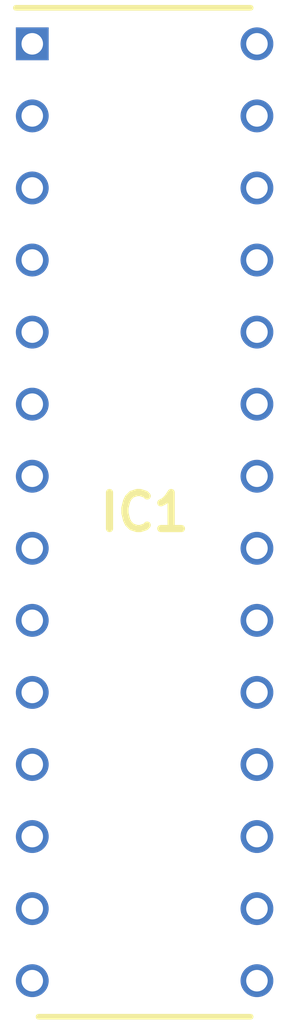
<source format=kicad_pcb>
(kicad_pcb (version 20211014) (generator pcbnew)
  (layers (0 "F.Cu" signal) (31 "B.Cu" signal) (34 "B.Paste" user) (35 "F.Paste" user) (36 "B.SilkS" user "B.Silkscreen") (37 "F.SilkS" user "F.Silkscreen") (38 "B.Mask" user) (39 "F.Mask" user) (44 "Edge.Cuts" user))
  (net 0 "")
  (footprint "Package_DIP:DIP794W56P254L3486H508Q28N" (layer "F.Cu") (at 139.7 104.14)
    (fp_text reference "IC1" (at 0 0) (layer "F.SilkS") (effects (font (size 1.27 1.27) (thickness 0.254))))
    (fp_text value "PIC18F24Q10-I_SP" hide)
    (fp_line (start -4.548 -17.78) (end 3.746 -17.78) (layer "F.SilkS") (width 0.2))
    (fp_line (start -3.746 17.78) (end 3.746 17.78) (layer "F.SilkS") (width 0.2))
    (pad "1" thru_hole rect locked (at -3.969 -16.51) (size 1.159 1.159) (drill 0.759) (layers *.Cu *.Mask))
    (pad "2" thru_hole circle locked (at -3.969 -13.97) (size 1.159 1.159) (drill 0.759) (layers *.Cu *.Mask))
    (pad "3" thru_hole circle locked (at -3.969 -11.43) (size 1.159 1.159) (drill 0.759) (layers *.Cu *.Mask))
    (pad "4" thru_hole circle locked (at -3.969 -8.89) (size 1.159 1.159) (drill 0.759) (layers *.Cu *.Mask))
    (pad "5" thru_hole circle locked (at -3.969 -6.35) (size 1.159 1.159) (drill 0.759) (layers *.Cu *.Mask))
    (pad "6" thru_hole circle locked (at -3.969 -3.81) (size 1.159 1.159) (drill 0.759) (layers *.Cu *.Mask))
    (pad "7" thru_hole circle locked (at -3.969 -1.27) (size 1.159 1.159) (drill 0.759) (layers *.Cu *.Mask))
    (pad "8" thru_hole circle locked (at -3.969 1.27) (size 1.159 1.159) (drill 0.759) (layers *.Cu *.Mask))
    (pad "9" thru_hole circle locked (at -3.969 3.81) (size 1.159 1.159) (drill 0.759) (layers *.Cu *.Mask))
    (pad "10" thru_hole circle locked (at -3.969 6.35) (size 1.159 1.159) (drill 0.759) (layers *.Cu *.Mask))
    (pad "11" thru_hole circle locked (at -3.969 8.89) (size 1.159 1.159) (drill 0.759) (layers *.Cu *.Mask))
    (pad "12" thru_hole circle locked (at -3.969 11.43) (size 1.159 1.159) (drill 0.759) (layers *.Cu *.Mask))
    (pad "13" thru_hole circle locked (at -3.969 13.97) (size 1.159 1.159) (drill 0.759) (layers *.Cu *.Mask))
    (pad "14" thru_hole circle locked (at -3.969 16.51) (size 1.159 1.159) (drill 0.759) (layers *.Cu *.Mask))
    (pad "15" thru_hole circle locked (at 3.969 16.51) (size 1.159 1.159) (drill 0.759) (layers *.Cu *.Mask))
    (pad "16" thru_hole circle locked (at 3.969 13.97) (size 1.159 1.159) (drill 0.759) (layers *.Cu *.Mask))
    (pad "17" thru_hole circle locked (at 3.969 11.43) (size 1.159 1.159) (drill 0.759) (layers *.Cu *.Mask))
    (pad "18" thru_hole circle locked (at 3.969 8.89) (size 1.159 1.159) (drill 0.759) (layers *.Cu *.Mask))
    (pad "19" thru_hole circle locked (at 3.969 6.35) (size 1.159 1.159) (drill 0.759) (layers *.Cu *.Mask))
    (pad "20" thru_hole circle locked (at 3.969 3.81) (size 1.159 1.159) (drill 0.759) (layers *.Cu *.Mask))
    (pad "21" thru_hole circle locked (at 3.969 1.27) (size 1.159 1.159) (drill 0.759) (layers *.Cu *.Mask))
    (pad "22" thru_hole circle locked (at 3.969 -1.27) (size 1.159 1.159) (drill 0.759) (layers *.Cu *.Mask))
    (pad "23" thru_hole circle locked (at 3.969 -3.81) (size 1.159 1.159) (drill 0.759) (layers *.Cu *.Mask))
    (pad "24" thru_hole circle locked (at 3.969 -6.35) (size 1.159 1.159) (drill 0.759) (layers *.Cu *.Mask))
    (pad "25" thru_hole circle locked (at 3.969 -8.89) (size 1.159 1.159) (drill 0.759) (layers *.Cu *.Mask))
    (pad "26" thru_hole circle locked (at 3.969 -11.43) (size 1.159 1.159) (drill 0.759) (layers *.Cu *.Mask))
    (pad "27" thru_hole circle locked (at 3.969 -13.97) (size 1.159 1.159) (drill 0.759) (layers *.Cu *.Mask))
    (pad "28" thru_hole circle locked (at 3.969 -16.51) (size 1.159 1.159) (drill 0.759) (layers *.Cu *.Mask))
  )
)
</source>
